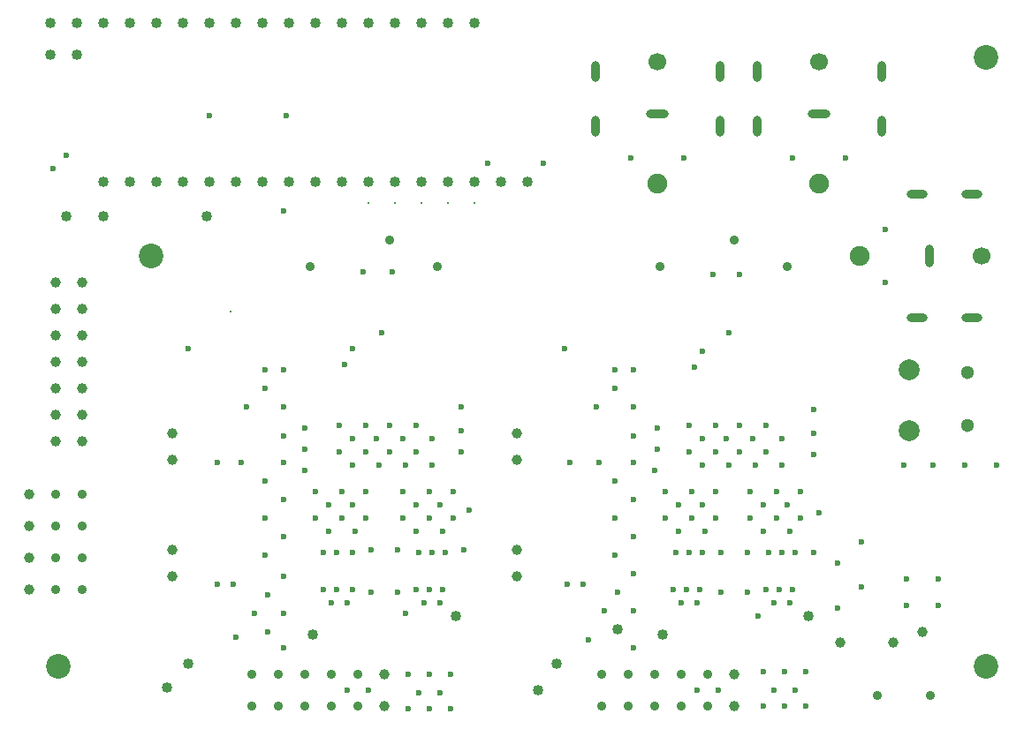
<source format=gbr>
G04 Generated by Ultiboard 13.0 *
%FSLAX25Y25*%
%MOIN*%

%ADD11C,0.04000*%
%ADD12C,0.02362*%
%ADD13C,0.03500*%
%ADD14C,0.03917*%
%ADD15C,0.03937*%
%ADD16C,0.09300*%
%ADD17C,0.05118*%
%ADD18C,0.00700*%
%ADD19C,0.07874*%
%ADD20C,0.06693*%
%ADD21C,0.07480*%
%ADD22O,0.03150X0.07874*%
%ADD23O,0.08661X0.03150*%
%ADD24O,0.07874X0.03150*%
%ADD25O,0.03150X0.08661*%


G04 ColorRGB 000000 for the following layer *
%LNDrill-Copper Top-Copper Bottom*%
%LPD*%
G54D11*
X42000Y208000D03*
X52000Y208000D03*
X62000Y208000D03*
X72000Y208000D03*
X82000Y208000D03*
X92000Y208000D03*
X102000Y208000D03*
X112000Y208000D03*
X122000Y208000D03*
X132000Y208000D03*
X142000Y208000D03*
X152000Y208000D03*
X162000Y208000D03*
X172000Y208000D03*
X182000Y208000D03*
X192000Y208000D03*
X202000Y208000D03*
X22000Y268000D03*
X32000Y268000D03*
X42000Y268000D03*
X52000Y268000D03*
X62000Y268000D03*
X72000Y268000D03*
X82000Y268000D03*
X92000Y268000D03*
X102000Y268000D03*
X112000Y268000D03*
X122000Y268000D03*
X132000Y268000D03*
X142000Y268000D03*
X152000Y268000D03*
X162000Y268000D03*
X172000Y268000D03*
X182000Y268000D03*
X42000Y195000D03*
X28000Y195000D03*
X74000Y26000D03*
X66000Y17000D03*
X213000Y26000D03*
X206000Y16000D03*
X175000Y44000D03*
X121000Y37000D03*
X253000Y37000D03*
X308000Y44000D03*
X236000Y39000D03*
X81000Y195000D03*
X32000Y256000D03*
X22000Y256000D03*
G54D12*
X104000Y38000D03*
X110000Y45000D03*
X128000Y49000D03*
X134000Y49000D03*
X163000Y49000D03*
X169000Y49000D03*
X242000Y46000D03*
X260000Y49000D03*
X266000Y49000D03*
X295000Y49000D03*
X301000Y49000D03*
X85000Y56000D03*
X91000Y56000D03*
X104000Y52000D03*
X125000Y54000D03*
X130000Y54000D03*
X136000Y54000D03*
X160000Y54000D03*
X165000Y54000D03*
X170000Y54000D03*
X217000Y56000D03*
X223000Y56000D03*
X236000Y53000D03*
X257000Y54000D03*
X262000Y54000D03*
X267000Y54000D03*
X292000Y54000D03*
X297000Y54000D03*
X302000Y54000D03*
X110000Y59000D03*
X242000Y60000D03*
X103000Y67000D03*
X125000Y68000D03*
X130000Y68000D03*
X136000Y68000D03*
X161000Y68000D03*
X166000Y68000D03*
X171000Y68000D03*
X235000Y67000D03*
X258000Y68000D03*
X263000Y68000D03*
X268000Y68000D03*
X293000Y68000D03*
X298000Y68000D03*
X303000Y68000D03*
X103000Y81000D03*
X110000Y74000D03*
X235000Y81000D03*
X242000Y74000D03*
X110000Y88000D03*
X242000Y88000D03*
X103000Y95000D03*
X235000Y95000D03*
X110000Y102000D03*
X242000Y102000D03*
X110000Y123000D03*
X242000Y123000D03*
X103000Y130000D03*
X235000Y130000D03*
X103000Y137000D03*
X110000Y137000D03*
X133000Y139000D03*
X242000Y137000D03*
X265000Y138000D03*
X268000Y144000D03*
X136000Y145000D03*
X147000Y151000D03*
X216000Y145000D03*
X278000Y151000D03*
X140000Y174000D03*
X151000Y174000D03*
X272000Y173000D03*
X282000Y173000D03*
X110000Y197000D03*
X82000Y233000D03*
X111000Y233000D03*
X208000Y215000D03*
X187000Y215000D03*
X235000Y137000D03*
X319000Y47000D03*
X328000Y55000D03*
X319000Y64000D03*
X328000Y72000D03*
X291000Y23000D03*
X299000Y23000D03*
X307000Y23000D03*
X295000Y16000D03*
X291000Y10000D03*
X299000Y10000D03*
X307000Y10000D03*
X310000Y68000D03*
X312000Y83000D03*
X310000Y105000D03*
X310000Y113000D03*
X310000Y122000D03*
X289000Y44000D03*
X285000Y53000D03*
X285000Y68000D03*
X242000Y112000D03*
X242000Y32000D03*
X225000Y35000D03*
X231000Y46000D03*
X110000Y32000D03*
X99000Y45000D03*
X92000Y36000D03*
X110000Y112000D03*
X96000Y123000D03*
X228000Y123000D03*
X94000Y102000D03*
X85000Y102000D03*
X229000Y102000D03*
X218000Y102000D03*
X251000Y115000D03*
X251000Y107000D03*
X250000Y99000D03*
X275000Y68000D03*
X275000Y53000D03*
X177000Y123000D03*
X177000Y114000D03*
X177000Y106000D03*
X156000Y45000D03*
X180000Y84000D03*
X153000Y69000D03*
X153000Y53000D03*
X178000Y69000D03*
X118000Y115000D03*
X118000Y107000D03*
X118000Y99000D03*
X143000Y69000D03*
X143000Y53000D03*
X174000Y91000D03*
X160000Y76000D03*
X170000Y76000D03*
X174000Y81000D03*
X165000Y91000D03*
X155000Y91000D03*
X160000Y86000D03*
X169000Y86000D03*
X155000Y81000D03*
X165000Y81000D03*
X127000Y76000D03*
X122000Y81000D03*
X132000Y81000D03*
X137000Y76000D03*
X141000Y81000D03*
X127000Y86000D03*
X136000Y86000D03*
X122000Y91000D03*
X132000Y91000D03*
X141000Y91000D03*
X259000Y76000D03*
X254000Y81000D03*
X264000Y81000D03*
X269000Y76000D03*
X273000Y81000D03*
X259000Y86000D03*
X268000Y86000D03*
X254000Y91000D03*
X264000Y91000D03*
X273000Y91000D03*
X291000Y76000D03*
X286000Y81000D03*
X296000Y81000D03*
X301000Y76000D03*
X305000Y81000D03*
X291000Y86000D03*
X300000Y86000D03*
X286000Y91000D03*
X296000Y91000D03*
X305000Y91000D03*
X268000Y101000D03*
X263000Y106000D03*
X273000Y106000D03*
X278000Y101000D03*
X282000Y106000D03*
X268000Y111000D03*
X277000Y111000D03*
X263000Y116000D03*
X273000Y116000D03*
X282000Y116000D03*
X136000Y101000D03*
X131000Y106000D03*
X141000Y106000D03*
X146000Y101000D03*
X150000Y106000D03*
X136000Y111000D03*
X145000Y111000D03*
X131000Y116000D03*
X141000Y116000D03*
X150000Y116000D03*
X156000Y101000D03*
X160000Y106000D03*
X155000Y111000D03*
X160000Y116000D03*
X166000Y111000D03*
X166000Y101000D03*
X288000Y101000D03*
X298000Y101000D03*
X292000Y106000D03*
X287000Y111000D03*
X298000Y111000D03*
X292000Y116000D03*
X157000Y9000D03*
X161000Y15000D03*
X165000Y9000D03*
X169000Y15000D03*
X173000Y9000D03*
X157000Y22000D03*
X165000Y22000D03*
X173000Y22000D03*
X344000Y101000D03*
X355000Y101000D03*
X367000Y101000D03*
X379000Y101000D03*
X134000Y16000D03*
X266000Y16000D03*
X142000Y16000D03*
X274000Y16000D03*
X74000Y145000D03*
X357000Y58000D03*
X345000Y58000D03*
X357000Y48000D03*
X345000Y48000D03*
X303000Y16000D03*
X28000Y218000D03*
X23000Y213000D03*
X241000Y217000D03*
X261000Y217000D03*
X322000Y217000D03*
X302000Y217000D03*
X337000Y190000D03*
X337000Y170000D03*
G54D13*
X168000Y176000D03*
X252000Y176000D03*
X24000Y66000D03*
X34000Y66000D03*
X24000Y78000D03*
X34000Y78000D03*
X24000Y90000D03*
X34000Y90000D03*
X24000Y54000D03*
X34000Y54000D03*
X120000Y176000D03*
X300000Y176000D03*
X138000Y22000D03*
X128000Y22000D03*
X108000Y22000D03*
X118000Y22000D03*
X98000Y22000D03*
X138000Y10000D03*
X128000Y10000D03*
X108000Y10000D03*
X118000Y10000D03*
X98000Y10000D03*
X270000Y22000D03*
X260000Y22000D03*
X240000Y22000D03*
X250000Y22000D03*
X230000Y22000D03*
X270000Y10000D03*
X260000Y10000D03*
X240000Y10000D03*
X250000Y10000D03*
X230000Y10000D03*
X334000Y14000D03*
X354000Y14000D03*
X280000Y186000D03*
X150000Y186000D03*
G54D14*
X14000Y66000D03*
X14000Y78000D03*
X14000Y90000D03*
X14000Y54000D03*
X148000Y22000D03*
X148000Y10000D03*
X280000Y22000D03*
X280000Y10000D03*
G54D15*
X320000Y34000D03*
X340000Y34000D03*
X34000Y160000D03*
X24000Y160000D03*
X34000Y170000D03*
X24000Y170000D03*
X34000Y130000D03*
X24000Y130000D03*
X34000Y140000D03*
X24000Y140000D03*
X34000Y150000D03*
X24000Y150000D03*
X34000Y110000D03*
X24000Y110000D03*
X34000Y120000D03*
X24000Y120000D03*
X68000Y59000D03*
X68000Y69000D03*
X68000Y113000D03*
X68000Y103000D03*
X198000Y59000D03*
X198000Y69000D03*
X198000Y113000D03*
X198000Y103000D03*
X351000Y38000D03*
G54D16*
X375000Y25000D03*
X25000Y25000D03*
X375000Y255000D03*
X60000Y180000D03*
G54D17*
X368000Y136000D03*
X368000Y116000D03*
G54D18*
X90000Y159000D03*
X182000Y200000D03*
X172000Y200000D03*
X162000Y200000D03*
X152000Y200000D03*
X142000Y200000D03*
G54D19*
X346000Y114000D03*
X346000Y137000D03*
G54D20*
X251000Y253185D03*
X373185Y180000D03*
X312000Y253185D03*
G54D21*
X251000Y207319D03*
X327319Y180000D03*
X312000Y207319D03*
G54D22*
X274425Y249445D03*
X274425Y228972D03*
X227575Y228972D03*
X227575Y249445D03*
X335425Y228972D03*
X288575Y228972D03*
X335425Y249445D03*
X288575Y249445D03*
G54D23*
X251000Y233500D03*
X312000Y233500D03*
G54D24*
X348972Y156575D03*
X348972Y203425D03*
X369445Y156575D03*
X369445Y203425D03*
G54D25*
X353500Y180000D03*

M02*

</source>
